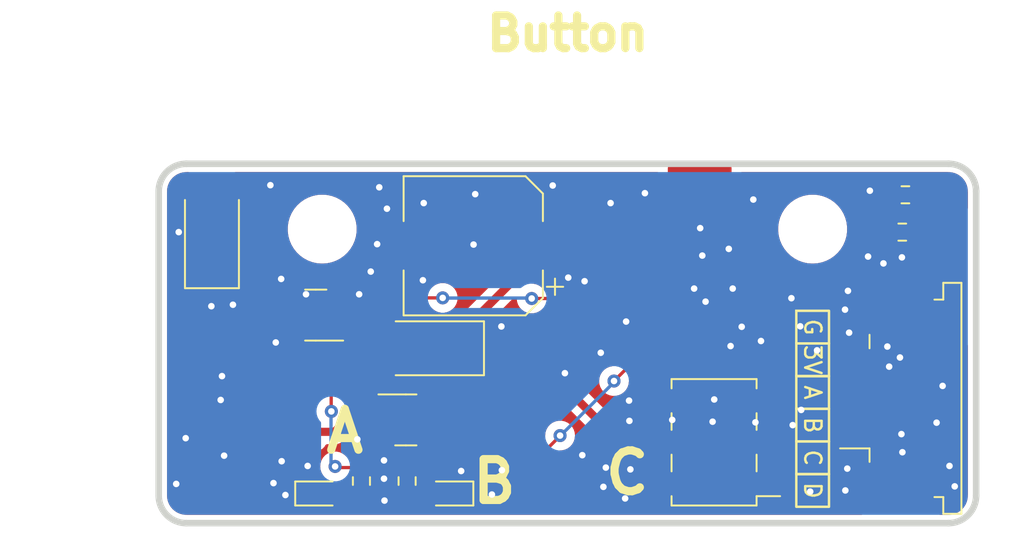
<source format=kicad_pcb>
(kicad_pcb (version 20211014) (generator pcbnew)
  (layers (0 "F.Cu" signal) (31 "B.Cu" signal) (34 "B.Paste" user) (35 "F.Paste" user) (36 "B.SilkS" user "B.Silkscreen") (37 "F.SilkS" user "F.Silkscreen") (38 "B.Mask" user) (39 "F.Mask" user) (44 "Edge.Cuts" user))
  (net 0 "")
  (net 1 "GND")
  (net 2 "Net-(D1-Pad2)")
  (net 3 "+VDC")
  (net 4 "Net-(D2-Pad2)")
  (net 5 "+3V3")
  (net 6 "Net-(D3-Pad2)")
  (net 7 "Net-(D4-Pad2)")
  (net 8 "/Thing 1")
  (net 9 "/Thing 2")
  (net 10 "/SERVO_4")
  (net 11 "/SERVO_2")
  (footprint "Diode_SMD:D_SMA" (layer "F.Cu") (at 143.256 75.216 90)
    (fp_text reference "D2" hide)
    (fp_text value "SX35_SCHOTTKY")
    (fp_line (start -3.4 -1.65) (end 2 -1.65) (layer "F.SilkS") (width 0.12))
    (fp_line (start -3.4 -1.65) (end -3.4 1.65) (layer "F.SilkS") (width 0.12))
    (fp_line (start -3.4 1.65) (end 2 1.65) (layer "F.SilkS") (width 0.12))
    (pad "1" smd rect (at -2 0 90) (size 2.5 1.8) (layers "F.Cu" "F.Paste" "F.Mask") (net 3 "+VDC"))
    (pad "2" smd rect (at 2 0 90) (size 2.5 1.8) (layers "F.Cu" "F.Paste" "F.Mask") (net 4 "Net-(D2-Pad2)"))
  )
  (footprint "Resistor_SMD:R_0603_1608Metric" (layer "F.Cu") (at 185.483 75.184)
    (fp_text reference "R2" hide)
    (fp_text value "10k")
    (fp_line (start -0.237258 0.5225) (end 0.237258 0.5225) (layer "F.SilkS") (width 0.12))
    (fp_line (start -0.237258 -0.5225) (end 0.237258 -0.5225) (layer "F.SilkS") (width 0.12))
    (pad "1" smd roundrect (at -0.825 0) (size 0.8 0.95) (layers "F.Cu" "F.Paste" "F.Mask") (net 1 "GND"))
    (pad "2" smd roundrect (at 0.825 0) (size 0.8 0.95) (layers "F.Cu" "F.Paste" "F.Mask") (net 8 "/Thing 1"))
  )
  (footprint "Resistor_SMD:R_0603_1608Metric" (layer "F.Cu") (at 155.194 90.424 90)
    (fp_text reference "R3" hide)
    (fp_text value "10k")
    (fp_line (start -0.237258 -0.5225) (end 0.237258 -0.5225) (layer "F.SilkS") (width 0.12))
    (fp_line (start -0.237258 0.5225) (end 0.237258 0.5225) (layer "F.SilkS") (width 0.12))
    (pad "1" smd roundrect (at -0.825 0 90) (size 0.8 0.95) (layers "F.Cu" "F.Paste" "F.Mask") (net 6 "Net-(D3-Pad2)"))
    (pad "2" smd roundrect (at 0.825 0 90) (size 0.8 0.95) (layers "F.Cu" "F.Paste" "F.Mask") (net 9 "/Thing 2"))
  )
  (footprint "Capacitor_SMD:CP_Elec_8x6.5" (layer "F.Cu") (at 159.24 76.02 180)
    (fp_text reference "C1" hide)
    (fp_text value "220uF")
    (fp_line (start -4.26 3.195563) (end -3.195563 4.26) (layer "F.SilkS") (width 0.12))
    (fp_line (start -5 -3.01) (end -5 -2.01) (layer "F.SilkS") (width 0.12))
    (fp_line (start -3.195563 -4.26) (end 4.26 -4.26) (layer "F.SilkS") (width 0.12))
    (fp_line (start -3.195563 4.26) (end 4.26 4.26) (layer "F.SilkS") (width 0.12))
    (fp_line (start -4.26 3.195563) (end -4.26 1.51) (layer "F.SilkS") (width 0.12))
    (fp_line (start -5.5 -2.51) (end -4.5 -2.51) (layer "F.SilkS") (width 0.12))
    (fp_line (start 4.26 4.26) (end 4.26 1.51) (layer "F.SilkS") (width 0.12))
    (fp_line (start 4.26 -4.26) (end 4.26 -1.51) (layer "F.SilkS") (width 0.12))
    (fp_line (start -4.26 -3.195563) (end -3.195563 -4.26) (layer "F.SilkS") (width 0.12))
    (fp_line (start -4.26 -3.195563) (end -4.26 -1.51) (layer "F.SilkS") (width 0.12))
    (pad "1" smd roundrect locked (at -3.05 0 180) (size 4 2.5) (layers "F.Cu" "F.Paste" "F.Mask") (roundrect_rratio 0.1) (net 3 "+VDC"))
    (pad "2" smd roundrect locked (at 3.05 0 180) (size 4 2.5) (layers "F.Cu" "F.Paste" "F.Mask") (roundrect_rratio 0.1) (net 1 "GND"))
  )
  (footprint "Connector_JST:JST_XH_2_VERTICAL" (layer "F.Cu") (at 174.84 76.43 90)
    (fp_text reference "J6")
    (fp_text value "Conn_01x02")
    (pad "1" smd roundrect (at 1.25 -5.25 90) (size 1.3 4.5) (layers "F.Cu" "F.Paste" "F.Mask") (roundrect_rratio 0.1) (net 3 "+VDC"))
    (pad "2" smd roundrect (at -1.25 -5.25 90) (size 1.3 4.5) (layers "F.Cu" "F.Paste" "F.Mask") (roundrect_rratio 0.1) (net 1 "GND"))
    (pad "MP" smd roundrect (at -4.45 -1.75 90) (size 1.8 3.9) (layers "F.Cu" "F.Paste" "F.Mask") (roundrect_rratio 0.1) (net 1 "GND"))
    (pad "MP" smd roundrect (at 4.45 -1.75 90) (size 1.8 3.9) (layers "F.Cu" "F.Paste" "F.Mask") (roundrect_rratio 0.1) (net 1 "GND"))
  )
  (footprint "Connector_JST:JST_XH_2_VERTICAL" (layer "F.Cu") (at 142.259742 86.16 -90)
    (fp_text reference "J1")
    (fp_text value "Conn_01x02")
    (pad "1" smd roundrect (at 1.25 -5.25 270) (size 1.3 4.5) (layers "F.Cu" "F.Paste" "F.Mask") (roundrect_rratio 0.1) (net 3 "+VDC"))
    (pad "2" smd roundrect (at -1.25 -5.25 270) (size 1.3 4.5) (layers "F.Cu" "F.Paste" "F.Mask") (roundrect_rratio 0.1) (net 4 "Net-(D2-Pad2)"))
    (pad "MP" smd roundrect (at 4.45 -1.75 270) (size 1.8 3.9) (layers "F.Cu" "F.Paste" "F.Mask") (roundrect_rratio 0.1) (net 1 "GND"))
    (pad "MP" smd roundrect (at -4.45 -1.75 270) (size 1.8 3.9) (layers "F.Cu" "F.Paste" "F.Mask") (roundrect_rratio 0.1) (net 1 "GND"))
  )
  (footprint "Resistor_SMD:R_0603_1608Metric" (layer "F.Cu") (at 185.674 72.898)
    (fp_text reference "R4" hide)
    (fp_text value "10k")
    (fp_line (start -0.237258 0.5225) (end 0.237258 0.5225) (layer "F.SilkS") (width 0.12))
    (fp_line (start -0.237258 -0.5225) (end 0.237258 -0.5225) (layer "F.SilkS") (width 0.12))
    (pad "1" smd roundrect (at -0.825 0) (size 0.8 0.95) (layers "F.Cu" "F.Paste" "F.Mask") (net 1 "GND"))
    (pad "2" smd roundrect (at 0.825 0) (size 0.8 0.95) (layers "F.Cu" "F.Paste" "F.Mask") (net 9 "/Thing 2"))
  )
  (footprint "MountingHole:MountingHole_3.2mm_M3_ISO14580" (layer "F.Cu") (at 150 75)
    (fp_text reference "H2")
    (fp_text value "MountingHole")
    (pad "" np_thru_hole circle (at 0 0) (size 3.2 3.2) (drill 3.2) (layers *.Cu *.Mask))
  )
  (footprint "Diode_SMD:D_SMA" (layer "F.Cu") (at 156.496 82.296 180)
    (fp_text reference "D4" hide)
    (fp_text value "SX35_SCHOTTKY")
    (fp_line (start -3.4 -1.65) (end 2 -1.65) (layer "F.SilkS") (width 0.12))
    (fp_line (start -3.4 1.65) (end 2 1.65) (layer "F.SilkS") (width 0.12))
    (fp_line (start -3.4 -1.65) (end -3.4 1.65) (layer "F.SilkS") (width 0.12))
    (pad "1" smd rect (at -2 0 180) (size 2.5 1.8) (layers "F.Cu" "F.Paste" "F.Mask") (net 3 "+VDC"))
    (pad "2" smd rect (at 2 0 180) (size 2.5 1.8) (layers "F.Cu" "F.Paste" "F.Mask") (net 7 "Net-(D4-Pad2)"))
  )
  (footprint "LED_SMD:LED_0603_1608Metric" (layer "F.Cu") (at 149.8345 91.186)
    (fp_text reference "D1" hide)
    (fp_text value "led_g")
    (fp_line (start 0.8 -0.735) (end -1.485 -0.735) (layer "F.SilkS") (width 0.12))
    (fp_line (start -1.485 0.735) (end 0.8 0.735) (layer "F.SilkS") (width 0.12))
    (fp_line (start -1.485 -0.735) (end -1.485 0.735) (layer "F.SilkS") (width 0.12))
    (pad "1" smd roundrect (at -0.7875 0) (size 0.875 0.95) (layers "F.Cu" "F.Paste" "F.Mask") (net 1 "GND"))
    (pad "2" smd roundrect (at 0.7875 0) (size 0.875 0.95) (layers "F.Cu" "F.Paste" "F.Mask") (net 2 "Net-(D1-Pad2)"))
  )
  (footprint "LED_SMD:LED_0603_1608Metric" (layer "F.Cu") (at 157.7595 91.186 180)
    (fp_text reference "D3" hide)
    (fp_text value "led_g")
    (fp_line (start 0.8 -0.735) (end -1.485 -0.735) (layer "F.SilkS") (width 0.12))
    (fp_line (start -1.485 0.735) (end 0.8 0.735) (layer "F.SilkS") (width 0.12))
    (fp_line (start -1.485 -0.735) (end -1.485 0.735) (layer "F.SilkS") (width 0.12))
    (pad "1" smd roundrect (at -0.7875 0 180) (size 0.875 0.95) (layers "F.Cu" "F.Paste" "F.Mask") (net 1 "GND"))
    (pad "2" smd roundrect (at 0.7875 0 180) (size 0.875 0.95) (layers "F.Cu" "F.Paste" "F.Mask") (net 6 "Net-(D3-Pad2)"))
  )
  (footprint "Resistor_SMD:R_0603_1608Metric" (layer "F.Cu") (at 152.4 90.424 90)
    (fp_text reference "R1" hide)
    (fp_text value "10k")
    (fp_line (start -0.237258 0.5225) (end 0.237258 0.5225) (layer "F.SilkS") (width 0.12))
    (fp_line (start -0.237258 -0.5225) (end 0.237258 -0.5225) (layer "F.SilkS") (width 0.12))
    (pad "1" smd roundrect (at -0.825 0 90) (size 0.8 0.95) (layers "F.Cu" "F.Paste" "F.Mask") (net 2 "Net-(D1-Pad2)"))
    (pad "2" smd roundrect (at 0.825 0 90) (size 0.8 0.95) (layers "F.Cu" "F.Paste" "F.Mask") (net 8 "/Thing 1"))
  )
  (footprint "MountingHole:MountingHole_3.2mm_M3_ISO14580" (layer "F.Cu") (at 180 75)
    (fp_text reference "H1")
    (fp_text value "MountingHole")
    (pad "" np_thru_hole circle (at 0 0) (size 3.2 3.2) (drill 3.2) (layers *.Cu *.Mask))
  )
  (footprint "Connector_FFC-FPC:TE_84952-6_1x06-1MP_P1.0mm_Horizontal" (layer "F.Cu") (at 184.39 85.36 90)
    (fp_text reference "J9" hide)
    (fp_text value "Conn_01x06_MountingPin")
    (fp_line (start -7.07 4.71) (end -7.07 3.6) (layer "F.SilkS") (width 0.12))
    (fp_line (start -3.065 -0.91) (end -3.065 -2.71) (layer "F.SilkS") (width 0.12))
    (fp_line (start -6.045 3.6) (end -6.045 3.06) (layer "F.SilkS") (width 0.12))
    (fp_line (start -7.07 3.6) (end -6.045 3.6) (layer "F.SilkS") (width 0.12))
    (fp_line (start 6.045 3.06) (end 6.045 3.6) (layer "F.SilkS") (width 0.12))
    (fp_line (start 3.065 -0.91) (end 3.89 -0.91) (layer "F.SilkS") (width 0.12))
    (fp_line (start 6.045 3.6) (end 7.07 3.6) (layer "F.SilkS") (width 0.12))
    (fp_line (start -3.89 -0.91) (end -3.065 -0.91) (layer "F.SilkS") (width 0.12))
    (fp_line (start 7.07 3.6) (end 7.07 4.71) (layer "F.SilkS") (width 0.12))
    (fp_line (start 7.07 4.71) (end -7.07 4.71) (layer "F.SilkS") (width 0.12))
    (pad "1" smd rect locked (at -2.5 -1.8 90) (size 0.61 2) (layers "F.Cu" "F.Paste" "F.Mask") (net 10 "/SERVO_4"))
    (pad "2" smd rect locked (at -1.5 -1.8 90) (size 0.61 2) (layers "F.Cu" "F.Paste" "F.Mask") (net 11 "/SERVO_2"))
    (pad "3" smd rect locked (at -0.5 -1.8 90) (size 0.61 2) (layers "F.Cu" "F.Paste" "F.Mask") (net 9 "/Thing 2"))
    (pad "4" smd rect locked (at 0.5 -1.8 90) (size 0.61 2) (layers "F.Cu" "F.Paste" "F.Mask") (net 8 "/Thing 1"))
    (pad "5" smd rect locked (at 1.5 -1.8 90) (size 0.61 2) (layers "F.Cu" "F.Paste" "F.Mask") (net 5 "+3V3"))
    (pad "6" smd rect locked (at 2.5 -1.8 90) (size 0.61 2) (layers "F.Cu" "F.Paste" "F.Mask") (net 1 "GND"))
    (pad "MP" smd rect locked (at -5.49 1 90) (size 2.68 3.6) (layers "F.Cu" "F.Paste" "F.Mask") (net 1 "GND"))
    (pad "MP" smd rect locked (at 5.49 1 90) (size 2.68 3.6) (layers "F.Cu" "F.Paste" "F.Mask") (net 1 "GND"))
  )
  (footprint "Connector_PinHeader_2.54mm:PinHeader_2x03_P2.54mm_Vertical_SMD" (layer "F.Cu") (at 173.97 88.05 180)
    (fp_text reference "J4" hide)
    (fp_text value "Servo Header x2")
    (fp_line (start -2.6 -1.78) (end -2.6 -0.76) (layer "F.SilkS") (width 0.12))
    (fp_line (start 2.6 3.3) (end 2.6 3.87) (layer "F.SilkS") (width 0.12))
    (fp_line (start 2.6 -1.78) (end 2.6 -0.76) (layer "F.SilkS") (width 0.12))
    (fp_line (start -2.6 3.87) (end 2.6 3.87) (layer "F.SilkS") (width 0.12))
    (fp_line (start -2.6 0.76) (end -2.6 1.78) (layer "F.SilkS") (width 0.12))
    (fp_line (start -2.6 -3.87) (end 2.6 -3.87) (layer "F.SilkS") (width 0.12))
    (fp_line (start -4.04 -3.3) (end -2.6 -3.3) (layer "F.SilkS") (width 0.12))
    (fp_line (start -2.6 3.3) (end -2.6 3.87) (layer "F.SilkS") (width 0.12))
    (fp_line (start 2.6 0.76) (end 2.6 1.78) (layer "F.SilkS") (width 0.12))
    (fp_line (start 2.6 -3.87) (end 2.6 -3.3) (layer "F.SilkS") (width 0.12))
    (fp_line (start -2.6 -3.87) (end -2.6 -3.3) (layer "F.SilkS") (width 0.12))
    (pad "1" smd rect (at -2.525 -2.54 180) (size 3.15 1) (layers "F.Cu" "F.Paste" "F.Mask") (net 10 "/SERVO_4"))
    (pad "2" smd rect (at 2.525 -2.54 180) (size 3.15 1) (layers "F.Cu" "F.Paste" "F.Mask") (net 11 "/SERVO_2"))
    (pad "3" smd rect (at -2.525 0 180) (size 3.15 1) (layers "F.Cu" "F.Paste" "F.Mask") (net 3 "+VDC"))
    (pad "4" smd rect (at 2.525 0 180) (size 3.15 1) (layers "F.Cu" "F.Paste" "F.Mask") (net 3 "+VDC"))
    (pad "5" smd rect (at -2.525 2.54 180) (size 3.15 1) (layers "F.Cu" "F.Paste" "F.Mask") (net 1 "GND"))
    (pad "6" smd rect (at 2.525 2.54 180) (size 3.15 1) (layers "F.Cu" "F.Paste" "F.Mask") (net 1 "GND"))
  )
  (footprint "Connector_JST:JST_XH_2_VERTICAL" (layer "F.Cu") (at 165.72 86.38 90)
    (fp_text reference "J2")
    (fp_text value "Conn_01x02")
    (pad "1" smd roundrect (at 1.25 -5.25 90) (size 1.3 4.5) (layers "F.Cu" "F.Paste" "F.Mask") (roundrect_rratio 0.1) (net 3 "+VDC"))
    (pad "2" smd roundrect (at -1.25 -5.25 90) (size 1.3 4.5) (layers "F.Cu" "F.Paste" "F.Mask") (roundrect_rratio 0.1) (net 7 "Net-(D4-Pad2)"))
    (pad "MP" smd roundrect (at 4.45 -1.75 90) (size 1.8 3.9) (layers "F.Cu" "F.Paste" "F.Mask") (roundrect_rratio 0.1) (net 1 "GND"))
    (pad "MP" smd roundrect (at -4.45 -1.75 90) (size 1.8 3.9) (layers "F.Cu" "F.Paste" "F.Mask") (roundrect_rratio 0.1) (net 1 "GND"))
  )
  (footprint "Package_TO_SOT_SMD:SOT-23" (layer "F.Cu") (at 149.606 80.264 180)
    (fp_text reference "Q1" hide)
    (fp_text value "LOW PWR FET")
    (fp_line (start 0 1.56) (end 0.65 1.56) (layer "F.SilkS") (width 0.12))
    (fp_line (start 0 -1.56) (end -1.675 -1.56) (layer "F.SilkS") (width 0.12))
    (fp_line (start 0 -1.56) (end 0.65 -1.56) (layer "F.SilkS") (width 0.12))
    (fp_line (start 0 1.56) (end -0.65 1.56) (layer "F.SilkS") (width 0.12))
    (pad "1" smd roundrect (at -0.9375 -0.95 180) (size 1.475 0.6) (layers "F.Cu" "F.Paste" "F.Mask") (net 8 "/Thing 1"))
    (pad "2" smd roundrect (at -0.9375 0.95 180) (size 1.475 0.6) (layers "F.Cu" "F.Paste" "F.Mask") (net 1 "GND"))
    (pad "3" smd roundrect (at 0.9375 0 180) (size 1.475 0.6) (layers "F.Cu" "F.Paste" "F.Mask") (net 4 "Net-(D2-Pad2)"))
  )
  (footprint "Package_TO_SOT_SMD:SOT-23" (layer "F.Cu") (at 155.1155 86.68)
    (fp_text reference "Q2" hide)
    (fp_text value "LOW PWR FET")
    (fp_line (start 0 -1.56) (end 0.65 -1.56) (layer "F.SilkS") (width 0.12))
    (fp_line (start 0 1.56) (end 0.65 1.56) (layer "F.SilkS") (width 0.12))
    (fp_line (start 0 -1.56) (end -1.675 -1.56) (layer "F.SilkS") (width 0.12))
    (fp_line (start 0 1.56) (end -0.65 1.56) (layer "F.SilkS") (width 0.12))
    (pad "1" smd roundrect (at -0.9375 -0.95) (size 1.475 0.6) (layers "F.Cu" "F.Paste" "F.Mask") (net 9 "/Thing 2"))
    (pad "2" smd roundrect (at -0.9375 0.95) (size 1.475 0.6) (layers "F.Cu" "F.Paste" "F.Mask") (net 1 "GND"))
    (pad "3" smd roundrect (at 0.9375 0) (size 1.475 0.6) (layers "F.Cu" "F.Paste" "F.Mask") (net 7 "Net-(D4-Pad2)"))
  )
  (gr_rect (start 179 82) (end 181 84) (layer "F.SilkS") (width 0.15) (fill none))
  (gr_rect (start 179 84) (end 181 86) (layer "F.SilkS") (width 0.15) (fill none))
  (gr_rect (start 179 88) (end 181 90) (layer "F.SilkS") (width 0.15) (fill none))
  (gr_rect (start 179 86) (end 181 88) (layer "F.SilkS") (width 0.15) (fill none))
  (gr_rect (start 179 90) (end 181 92) (layer "F.SilkS") (width 0.15) (fill none))
  (gr_rect (start 179 80) (end 181 82) (layer "F.SilkS") (width 0.15) (fill none))
  (gr_arc (start 140 72.68995) (mid 140.494975 71.494975) (end 141.68995 71) (layer "Edge.Cuts") (width 0.4))
  (gr_line (start 188.31005 71) (end 141.68995 71) (layer "Edge.Cuts") (width 0.4))
  (gr_line (start 188.31005 93) (end 141.68995 93) (layer "Edge.Cuts") (width 0.4))
  (gr_line (start 140 72.68995) (end 140 91.31005) (layer "Edge.Cuts") (width 0.4))
  (gr_arc (start 188.31005 71) (mid 189.505025 71.494975) (end 190 72.68995) (layer "Edge.Cuts") (width 0.4))
  (gr_arc (start 141.68995 93) (mid 140.494975 92.505025) (end 140 91.31005) (layer "Edge.Cuts") (width 0.4))
  (gr_arc (start 190 91.31005) (mid 189.505025 92.505025) (end 188.31005 93) (layer "Edge.Cuts") (width 0.4))
  (gr_line (start 190 72.68995) (end 190 91.31005) (layer "Edge.Cuts") (width 0.4))
  (gr_text "A" (at 180 85 270) (layer "F.SilkS") (effects (font (size 1 1))))
  (gr_text "B" (at 160.528 90.451) (layer "F.SilkS") (effects (font (size 2.5 2.5) (thickness 0.5))))
  (gr_text "Button" (at 165.02 63.02) (layer "F.SilkS") (effects (font (size 2 2) (thickness 0.5))))
  (gr_text "A" (at 151.384 87.376) (layer "F.SilkS") (effects (font (size 2.5 2.5) (thickness 0.5))))
  (gr_text "C" (at 168.656 89.916) (layer "F.SilkS") (effects (font (size 2.5 2.5) (thickness 0.5))))
  (gr_text "G" (at 180 81 270) (layer "F.SilkS") (effects (font (size 1 1))))
  (gr_text "C" (at 180 89 270) (layer "F.SilkS") (effects (font (size 1 1))))
  (gr_text "D" (at 180 91 270) (layer "F.SilkS") (effects (font (size 1 1))))
  (gr_text "3V" (at 180 83 270) (layer "F.SilkS") (effects (font (size 1 1))))
  (gr_text "B" (at 180 87 270) (layer "F.SilkS") (effects (font (size 1 1))))
  (via (at 169.74 72.8) (size 0.8) (drill 0.4) (layers "F.Cu" "B.Cu") (net 1))
  (via (at 173.45 79.44) (size 0.8) (drill 0.4) (layers "F.Cu" "B.Cu") (net 1))
  (via (at 158.5 89.81) (size 0.8) (drill 0.4) (layers "F.Cu" "B.Cu") (net 1))
  (via (at 168.85 89.71) (size 0.8) (drill 0.4) (layers "F.Cu" "B.Cu") (net 1))
  (via (at 182.118 89.662) (size 0.8) (drill 0.4) (layers "F.Cu" "B.Cu") (net 1))
  (via (at 149.11 89.5) (size 0.8) (drill 0.4) (layers "F.Cu" "B.Cu") (net 1))
  (via (at 164.1 72.33) (size 0.8) (drill 0.4) (layers "F.Cu" "B.Cu") (net 1))
  (via (at 185.34 82.86) (size 0.8) (drill 0.4) (layers "F.Cu" "B.Cu") (net 1))
  (via (at 171.41 86.68) (size 0.8) (drill 0.4) (layers "F.Cu" "B.Cu") (net 1))
  (via (at 152.15 87.87) (size 0.8) (drill 0.4) (layers "F.Cu" "B.Cu") (net 1))
  (via (at 167.64 73.406) (size 0.8) (drill 0.4) (layers "F.Cu" "B.Cu") (net 1))
  (via (at 184.68 83.42) (size 0.8) (drill 0.4) (layers "F.Cu" "B.Cu") (net 1))
  (via (at 147.52 89.21) (size 0.8) (drill 0.4) (layers "F.Cu" "B.Cu") (net 1))
  (via (at 165.91 88.84) (size 0.8) (drill 0.4) (layers "F.Cu" "B.Cu") (net 1))
  (via (at 147.02 90.55) (size 0.8) (drill 0.4) (layers "F.Cu" "B.Cu") (net 1))
  (via (at 147.75 91.28) (size 0.8) (drill 0.4) (layers "F.Cu" "B.Cu") (net 1))
  (via (at 184.57 82.19) (size 0.8) (drill 0.4) (layers "F.Cu" "B.Cu") (net 1))
  (via (at 188.69 90.75) (size 0.8) (drill 0.4) (layers "F.Cu" "B.Cu") (net 1))
  (via (at 180.27 82.42) (size 0.8) (drill 0.4) (layers "F.Cu" "B.Cu") (net 1))
  (via (at 153.78 90.28) (size 0.8) (drill 0.4) (layers "F.Cu" "B.Cu") (net 1))
  (via (at 182.16 78.78) (size 0.8) (drill 0.4) (layers "F.Cu" "B.Cu") (net 1))
  (via (at 156.16 78.13) (size 0.8) (drill 0.4) (layers "F.Cu" "B.Cu") (net 1))
  (via (at 164.846 83.82) (size 0.8) (drill 0.4) (layers "F.Cu" "B.Cu") (net 1))
  (via (at 185.49 88.66) (size 0.8) (drill 0.4) (layers "F.Cu" "B.Cu") (net 1))
  (via (at 173.25 76.62) (size 0.8) (drill 0.4) (layers "F.Cu" "B.Cu") (net 1))
  (via (at 168.79 86.74) (size 0.8) (drill 0.4) (layers "F.Cu" "B.Cu") (net 1))
  (via (at 152.26 78.99) (size 0.8) (drill 0.4) (layers "F.Cu" "B.Cu") (net 1))
  (via (at 152.97 77.6) (size 0.8) (drill 0.4) (layers "F.Cu" "B.Cu") (net 1))
  (via (at 144 88.87) (size 0.8) (drill 0.4) (layers "F.Cu" "B.Cu") (net 1))
  (via (at 160.96 80.96) (size 0.8) (drill 0.4) (layers "F.Cu" "B.Cu") (net 1))
  (via (at 187.95 84.6) (size 0.8) (drill 0.4) (layers "F.Cu" "B.Cu") (net 1))
  (via (at 159.36 72.86) (size 0.8) (drill 0.4) (layers "F.Cu" "B.Cu") (net 1))
  (via (at 182.23 81.34) (size 0.8) (drill 0.4) (layers "F.Cu" "B.Cu") (net 1))
  (via (at 168.59 80.66) (size 0.8) (drill 0.4) (layers "F.Cu" "B.Cu") (net 1))
  (via (at 179.85 91.07) (size 0.8) (drill 0.4) (layers "F.Cu" "B.Cu") (net 1))
  (via (at 153.78 89.16) (size 0.8) (drill 0.4) (layers "F.Cu" "B.Cu") (net 1))
  (via (at 141.224 75.184) (size 0.8) (drill 0.4) (layers "F.Cu" "B.Cu") (net 1))
  (via (at 188.37 89.5) (size 0.8) (drill 0.4) (layers "F.Cu" "B.Cu") (net 1))
  (via (at 146.83 72.31) (size 0.8) (drill 0.4) (layers "F.Cu" "B.Cu") (net 1))
  (via (at 144.54 79.63) (size 0.8) (drill 0.4) (layers "F.Cu" "B.Cu") (net 1))
  (via (at 185.46 76.73) (size 0.8) (drill 0.4) (layers "F.Cu" "B.Cu") (net 1))
  (via (at 182 91) (size 0.8) (drill 0.4) (layers "F.Cu" "B.Cu") (net 1))
  (via (at 175.11 78.64) (size 0.8) (drill 0.4) (layers "F.Cu" "B.Cu") (net 1))
  (via (at 183.39 76.68) (size 0.8) (drill 0.4) (layers "F.Cu" "B.Cu") (net 1))
  (via (at 143.87 84) (size 0.8) (drill 0.4) (layers "F.Cu" "B.Cu") (net 1))
  (via (at 166.05 78.19) (size 0.8) (drill 0.4) (layers "F.Cu" "B.Cu") (net 1))
  (via (at 167.04 82.57) (size 0.8) (drill 0.4) (layers "F.Cu" "B.Cu") (net 1))
  (via (at 184.33 77.1) (size 0.8) (drill 0.4) (layers "F.Cu" "B.Cu") (net 1))
  (via (at 153.36 75.92) (size 0.8) (drill 0.4) (layers "F.Cu" "B.Cu") (net 1))
  (via (at 149.01 78.99) (size 0.8) (drill 0.4) (layers "F.Cu" "B.Cu") (net 1))
  (via (at 173.12 74.94) (size 0.8) (drill 0.4) (layers "F.Cu" "B.Cu") (net 1))
  (via (at 179.3 86.07) (size 0.8) (drill 0.4) (layers "F.Cu" "B.Cu") (net 1))
  (via (at 168.77 85.5) (size 0.8) (drill 0.4) (layers "F.Cu" "B.Cu") (net 1))
  (via (at 153.96 73.75) (size 0.8) (drill 0.4) (layers "F.Cu" "B.Cu") (net 1))
  (via (at 168.53 91.49) (size 0.8) (drill 0.4) (layers "F.Cu" "B.Cu") (net 1))
  (via (at 183.5 72.65) (size 0.8) (drill 0.4) (layers "F.Cu" "B.Cu") (net 1))
  (via (at 176.5 86.83) (size 0.8) (drill 0.4) (layers "F.Cu" "B.Cu") (net 1))
  (via (at 176.37 73.19) (size 0.8) (drill 0.4) (layers "F.Cu" "B.Cu") (net 1))
  (via (at 178.78 87) (size 0.8) (drill 0.4) (layers "F.Cu" "B.Cu") (net 1))
  (via (at 181.98 79.93) (size 0.8) (drill 0.4) (layers "F.Cu" "B.Cu") (net 1))
  (via (at 179.24 80.95) (size 0.8) (drill 0.4) (layers "F.Cu" "B.Cu") (net 1))
  (via (at 160.99 89.76) (size 0.8) (drill 0.4) (layers "F.Cu" "B.Cu") (net 1))
  (via (at 143.22 79.72) (size 0.8) (drill 0.4) (layers "F.Cu" "B.Cu") (net 1))
  (via (at 153.49 72.44) (size 0.8) (drill 0.4) (layers "F.Cu" "B.Cu") (net 1))
  (via (at 176.84 81.85) (size 0.8) (drill 0.4) (layers "F.Cu" "B.Cu") (net 1))
  (via (at 172.75 78.64) (size 0.8) (drill 0.4) (layers "F.Cu" "B.Cu") (net 1))
  (via (at 143.79 85.46) (size 0.8) (drill 0.4) (layers "F.Cu" "B.Cu") (net 1))
  (via (at 173.98 85.43) (size 0.8) (drill 0.4) (layers "F.Cu" "B.Cu") (net 1))
  (via (at 159.258 75.946) (size 0.8) (drill 0.4) (layers "F.Cu" "B.Cu") (net 1))
  (via (at 156.21 73.406) (size 0.8) (drill 0.4) (layers "F.Cu" "B.Cu") (net 1))
  (via (at 185.43 87.55) (size 0.8) (drill 0.4) (layers "F.Cu" "B.Cu") (net 1))
  (via (at 178.7 79.23) (size 0.8) (drill 0.4) (layers "F.Cu" "B.Cu") (net 1))
  (via (at 173.88 86.79) (size 0.8) (drill 0.4) (layers "F.Cu" "B.Cu") (net 1))
  (via (at 167.35 89.6) (size 0.8) (drill 0.4) (layers "F.Cu" "B.Cu") (net 1))
  (via (at 187.58 86.85) (size 0.8) (drill 0.4) (layers "F.Cu" "B.Cu") (net 1))
  (via (at 141.65 87.8) (size 0.8) (drill 0.4) (layers "F.Cu" "B.Cu") (net 1))
  (via (at 147.16 81.94) (size 0.8) (drill 0.4) (layers "F.Cu" "B.Cu") (net 1))
  (via (at 153.81 91.62) (size 0.8) (drill 0.4) (layers "F.Cu" "B.Cu") (net 1))
  (via (at 175.66 80.98) (size 0.8) (drill 0.4) (layers "F.Cu" "B.Cu") (net 1))
  (via (at 141.07 90.6) (size 0.8) (drill 0.4) (layers "F.Cu" "B.Cu") (net 1))
  (via (at 147.49 78.05) (size 0.8) (drill 0.4) (layers "F.Cu" "B.Cu") (net 1))
  (via (at 174.87 76.21) (size 0.8) (drill 0.4) (layers "F.Cu" "B.Cu") (net 1))
  (via (at 160.38 91.25) (size 0.8) (drill 0.4) (layers "F.Cu" "B.Cu") (net 1))
  (via (at 167.2 90.78) (size 0.8) (drill 0.4) (layers "F.Cu" "B.Cu") (net 1))
  (via (at 174.98 82.16) (size 0.8) (drill 0.4) (layers "F.Cu" "B.Cu") (net 1))
  (via (at 165.05 77.97) (size 0.8) (drill 0.4) (layers "F.Cu" "B.Cu") (net 1))
  (segment (start 150.622 91.186) (end 152.337 91.186) (width 0.2) (layer "F.Cu") (net 2))
  (segment (start 152.337 91.186) (end 152.4 91.249) (width 0.2) (layer "F.Cu") (net 2))
  (segment (start 160.49 85.15) (end 160.47 85.13) (width 0.5) (layer "F.Cu") (net 3))
  (segment (start 156.195511 81.965511) (end 156.526 82.296) (width 0.5) (layer "F.Cu") (net 3))
  (segment (start 160.47 85.13) (end 160.47 82.78) (width 0.5) (layer "F.Cu") (net 3))
  (segment (start 143.256 77.216) (end 142.144 77.216) (width 0.5) (layer "F.Cu") (net 3))
  (segment (start 176.495 88.05) (end 171.445 88.05) (width 0.5) (layer "F.Cu") (net 3))
  (segment (start 165.505 76.02) (end 166.355 75.17) (width 0.5) (layer "F.Cu") (net 3))
  (segment (start 160.47 82.78) (end 159.986 82.296) (width 0.5) (layer "F.Cu") (net 3))
  (segment (start 147.212484 87.707258) (end 147.509742 87.41) (width 0.5) (layer "F.Cu") (net 3))
  (segment (start 152.654 85.516) (end 152.654 81.296) (width 0.5) (layer "F.Cu") (net 3))
  (segment (start 158.496 82.296) (end 158.496 81.344) (width 0.5) (layer "F.Cu") (net 3))
  (segment (start 171.445 88.05) (end 168.22 88.05) (width 0.5) (layer "F.Cu") (net 3))
  (segment (start 153.19 80.76) (end 155.81 80.76) (width 0.5) (layer "F.Cu") (net 3))
  (segment (start 159.986 82.296) (end 158.496 82.296) (width 0.5) (layer "F.Cu") (net 3))
  (segment (start 156.526 82.296) (end 158.496 82.296) (width 0.5) (layer "F.Cu") (net 3))
  (segment (start 150.76 87.41) (end 152.654 85.516) (width 0.5) (layer "F.Cu") (net 3))
  (segment (start 166.355 75.17) (end 169.58 75.17) (width 0.5) (layer "F.Cu") (net 3))
  (segment (start 141.610222 77.749778) (end 141.610222 85.310222) (width 0.5) (layer "F.Cu") (net 3))
  (segment (start 168.22 88.05) (end 165.32 85.15) (width 0.5) (layer "F.Cu") (net 3))
  (segment (start 169.58 75.17) (end 169.59 75.18) (width 0.5) (layer "F.Cu") (net 3))
  (segment (start 152.654 81.296) (end 153.19 80.76) (width 0.5) (layer "F.Cu") (net 3))
  (segment (start 141.610222 85.310222) (end 144.007258 87.707258) (width 0.5) (layer "F.Cu") (net 3))
  (segment (start 162.29 77.55) (end 162.29 76.02) (width 0.5) (layer "F.Cu") (net 3))
  (segment (start 162.29 76.02) (end 165.505 76.02) (width 0.5) (layer "F.Cu") (net 3))
  (segment (start 156.195511 81.145511) (end 156.195511 81.965511) (width 0.5) (layer "F.Cu") (net 3))
  (segment (start 165.32 85.15) (end 160.49 85.15) (width 0.5) (layer "F.Cu") (net 3))
  (segment (start 155.81 80.76) (end 156.195511 81.145511) (width 0.5) (layer "F.Cu") (net 3))
  (segment (start 147.509742 87.41) (end 150.76 87.41) (width 0.5) (layer "F.Cu") (net 3))
  (segment (start 158.496 81.344) (end 162.29 77.55) (width 0.5) (layer "F.Cu") (net 3))
  (segment (start 142.144 77.216) (end 141.610222 77.749778) (width 0.5) (layer "F.Cu") (net 3))
  (segment (start 144.007258 87.707258) (end 147.212484 87.707258) (width 0.5) (layer "F.Cu") (net 3))
  (segment (start 147.484 80.264) (end 148.6685 80.264) (width 0.5) (layer "F.Cu") (net 4))
  (segment (start 143.256 73.216) (end 145.296 73.216) (width 0.5) (layer "F.Cu") (net 4))
  (segment (start 148.6685 80.264) (end 148.6685 82.7115) (width 0.5) (layer "F.Cu") (net 4))
  (segment (start 145.84 73.76) (end 145.84 78.62) (width 0.5) (layer "F.Cu") (net 4))
  (segment (start 145.84 78.62) (end 147.484 80.264) (width 0.5) (layer "F.Cu") (net 4))
  (segment (start 148.6685 82.7115) (end 147.509742 83.870258) (width 0.5) (layer "F.Cu") (net 4))
  (segment (start 147.509742 83.870258) (end 147.509742 84.91) (width 0.5) (layer "F.Cu") (net 4))
  (segment (start 145.296 73.216) (end 145.84 73.76) (width 0.5) (layer "F.Cu") (net 4))
  (segment (start 156.909 91.249) (end 156.972 91.186) (width 0.2) (layer "F.Cu") (net 6))
  (segment (start 155.194 91.249) (end 156.909 91.249) (width 0.2) (layer "F.Cu") (net 6))
  (segment (start 160.46 87.64) (end 156.4 87.64) (width 0.5) (layer "F.Cu") (net 7))
  (segment (start 156.053 85.441) (end 156.053 86.68) (width 0.5) (layer "F.Cu") (net 7))
  (segment (start 156.4 87.64) (end 156.053 87.293) (width 0.5) (layer "F.Cu") (net 7))
  (segment (start 156.053 87.293) (end 156.053 86.68) (width 0.5) (layer "F.Cu") (net 7))
  (segment (start 154.496 82.296) (end 154.496 83.884) (width 0.5) (layer "F.Cu") (net 7))
  (segment (start 160.47 87.63) (end 160.46 87.64) (width 0.5) (layer "F.Cu") (net 7))
  (segment (start 154.496 83.884) (end 156.053 85.441) (width 0.5) (layer "F.Cu") (net 7))
  (segment (start 188.58 76.44) (end 188.58 81.314994) (width 0.2) (layer "F.Cu") (net 8))
  (segment (start 181.04 84.86) (end 182.59 84.86) (width 0.2) (layer "F.Cu") (net 8))
  (segment (start 150.55 86.15) (end 150.55 81.2205) (width 0.2) (layer "F.Cu") (net 8))
  (segment (start 150.79 89.53) (end 150.859 89.599) (width 0.2) (layer "F.Cu") (net 8))
  (segment (start 188.58 81.314994) (end 185.034994 84.86) (width 0.2) (layer "F.Cu") (net 8))
  (segment (start 162.814 79.248) (end 166.108 79.248) (width 0.2) (layer "F.Cu") (net 8))
  (segment (start 150.859 89.599) (end 152.4 89.599) (width 0.2) (layer "F.Cu") (net 8))
  (segment (start 151.704 81.214) (end 150.5435 81.214) (width 0.2) (layer "F.Cu") (net 8))
  (segment (start 150.56 86.16) (end 150.55 86.15) (width 0.2) (layer "F.Cu") (net 8))
  (segment (start 170.10048 83.24048) (end 179.42048 83.24048) (width 0.2) (layer "F.Cu") (net 8))
  (segment (start 153.708 79.21) (end 151.704 81.214) (width 0.2) (layer "F.Cu") (net 8))
  (segment (start 186.308 75.184) (end 187.324 75.184) (width 0.2) (layer "F.Cu") (net 8))
  (segment (start 179.42048 83.24048) (end 181.04 84.86) (width 0.2) (layer "F.Cu") (net 8))
  (segment (start 157.37 79.21) (end 153.708 79.21) (width 0.2) (layer "F.Cu") (net 8))
  (segment (start 166.108 79.248) (end 170.10048 83.24048) (width 0.2) (layer "F.Cu") (net 8))
  (segment (start 150.55 81.2205) (end 150.5435 81.214) (width 0.2) (layer "F.Cu") (net 8))
  (segment (start 185.034994 84.86) (end 182.59 84.86) (width 0.2) (layer "F.Cu") (net 8))
  (segment (start 187.324 75.184) (end 188.58 76.44) (width 0.2) (layer "F.Cu") (net 8))
  (via (at 157.37 79.21) (size 0.8) (drill 0.4) (layers "F.Cu" "B.Cu") (net 8))
  (via (at 150.79 89.53) (size 0.8) (drill 0.4) (layers "F.Cu" "B.Cu") (net 8))
  (via (at 162.814 79.248) (size 0.8) (drill 0.4) (layers "F.Cu" "B.Cu") (net 8))
  (via (at 150.56 86.16) (size 0.8) (drill 0.4) (layers "F.Cu" "B.Cu") (net 8))
  (segment (start 150.56 86.16) (end 150.54 86.18) (width 0.2) (layer "B.Cu") (net 8))
  (segment (start 162.786 79.22) (end 157.38 79.22) (width 0.2) (layer "B.Cu") (net 8))
  (segment (start 150.54 89.28) (end 150.79 89.53) (width 0.2) (layer "B.Cu") (net 8))
  (segment (start 157.38 79.22) (end 157.37 79.21) (width 0.2) (layer "B.Cu") (net 8))
  (segment (start 162.814 79.248) (end 162.786 79.22) (width 0.2) (layer "B.Cu") (net 8))
  (segment (start 150.54 86.18) (end 150.54 89.28) (width 0.2) (layer "B.Cu") (net 8))
  (segment (start 164.55 87.66) (end 163.52 88.69) (width 0.2) (layer "F.Cu") (net 9))
  (segment (start 167.85 84.3) (end 168.51 83.64) (width 0.2) (layer "F.Cu") (net 9))
  (segment (start 164.55 87.64) (end 164.55 87.66) (width 0.2) (layer "F.Cu") (net 9))
  (segment (start 184.6 85.86) (end 182.59 85.86) (width 0.2) (layer "F.Cu") (net 9))
  (segment (start 157 88.69) (end 156.091 89.599) (width 0.2) (layer "F.Cu") (net 9))
  (segment (start 168.51 83.64) (end 178.79 83.64) (width 0.2) (layer "F.Cu") (net 9))
  (segment (start 163.52 88.69) (end 157 88.69) (width 0.2) (layer "F.Cu") (net 9))
  (segment (start 187.518 72.898) (end 188.979519 74.359519) (width 0.2) (layer "F.Cu") (net 9))
  (segment (start 181.01 85.86) (end 182.59 85.86) (width 0.2) (layer "F.Cu") (net 9))
  (segment (start 178.79 83.64) (end 181.01 85.86) (width 0.2) (layer "F.Cu") (net 9))
  (segment (start 188.979519 74.359519) (end 188.979519 81.480481) (width 0.2) (layer "F.Cu") (net 9))
  (segment (start 155.21502 89.57798) (end 155.21502 87.26502) (width 0.2) (layer "F.Cu") (net 9))
  (segment (start 156.091 89.599) (end 155.194 89.599) (width 0.2) (layer "F.Cu") (net 9))
  (segment (start 155.194 89.599) (end 155.21502 89.57798) (width 0.2) (layer "F.Cu") (net 9))
  (segment (start 155.21502 87.26502) (end 154.178 86.228) (width 0.2) (layer "F.Cu") (net 9))
  (segment (start 186.499 72.898) (end 187.518 72.898) (width 0.2) (layer "F.Cu") (net 9))
  (segment (start 154.178 86.228) (end 154.178 85.73) (width 0.2) (layer "F.Cu") (net 9))
  (segment (start 188.979519 81.480481) (end 184.6 85.86) (width 0.2) (layer "F.Cu") (net 9))
  (via (at 167.85 84.3) (size 0.8) (drill 0.4) (layers "F.Cu" "B.Cu") (net 9))
  (via (at 164.55 87.64) (size 0.8) (drill 0.4) (layers "F.Cu" "B.Cu") (net 9))
  (segment (start 167.85 84.3) (end 167.85 84.37) (width 0.2) (layer "B.Cu") (net 9))
  (segment (start 164.58 87.64) (end 164.55 87.64) (width 0.2) (layer "B.Cu") (net 9))
  (segment (start 167.85 84.37) (end 164.58 87.64) (width 0.2) (layer "B.Cu") (net 9))
  (segment (start 181.15 87.86) (end 182.59 87.86) (width 0.2) (layer "F.Cu") (net 10))
  (segment (start 178.42 90.59) (end 181.15 87.86) (width 0.2) (layer "F.Cu") (net 10))
  (segment (start 176.495 90.59) (end 178.42 90.59) (width 0.2) (layer "F.Cu") (net 10))
  (segment (start 178.84 89.13) (end 181.11 86.86) (width 0.2) (layer "F.Cu") (net 11))
  (segment (start 171.445 90.59) (end 171.445 89.655) (width 0.2) (layer "F.Cu") (net 11))
  (segment (start 171.97 89.13) (end 178.84 89.13) (width 0.2) (layer "F.Cu") (net 11))
  (segment (start 171.445 89.655) (end 171.97 89.13) (width 0.2) (layer "F.Cu") (net 11))
  (segment (start 181.11 86.86) (end 182.59 86.86) (width 0.2) (layer "F.Cu") (net 11))
  (zone (net 1) (net_name "GND") (layer "F.Cu") (connect_pads (clearance 0.508)) (min_thickness 0.254) (fill yes (thermal_gap 0.508) (thermal_bridge_width 0.508))
    (polygon (pts (xy 190 93) (xy 140 93) (xy 140 71) (xy 190 71)))
  )
  (zone (net 1) (net_name "GND") (layer "B.Cu") (connect_pads (clearance 0.508)) (min_thickness 0.254) (fill yes (thermal_gap 0.508) (thermal_bridge_width 0.508))
    (polygon (pts (xy 190 93) (xy 140 93) (xy 140 71) (xy 190 71)))
  )
)
</source>
